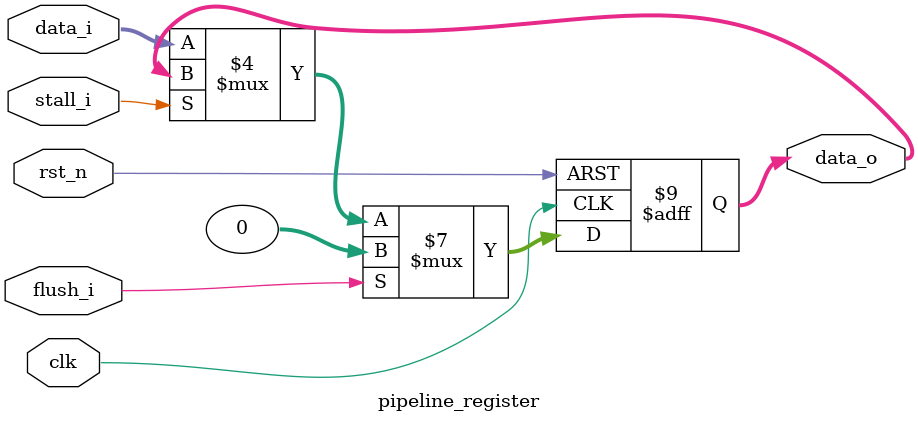
<source format=sv>

module pipeline_register #(
    parameter int WIDTH = 32
)(
    input  logic             clk,
    input  logic             rst_n,      // Asynchronous Reset (Active Low)

    // Flow Control
    input  logic             flush_i,    // Synchronous Clear (High Priority)
    input  logic             stall_i,    // Write Enable / Freeze (Low Priority)

    // Data Path
    input  logic [WIDTH-1:0] data_i,
    output logic [WIDTH-1:0] data_o
);

    always_ff @(posedge clk or negedge rst_n) begin
        if (!rst_n) begin
            data_o <= {WIDTH{1'b0}}; // Asynchronous Reset
        end
        else if (flush_i) begin
            data_o <= {WIDTH{1'b0}}; // Synchronous Flush (Insert Bubble/NOP)
        end
        else if (!stall_i) begin
            data_o <= data_i;        // Update if NOT Stalled
        end
        // else: Implicitly hold current value (Stall)
    end

endmodule

</source>
